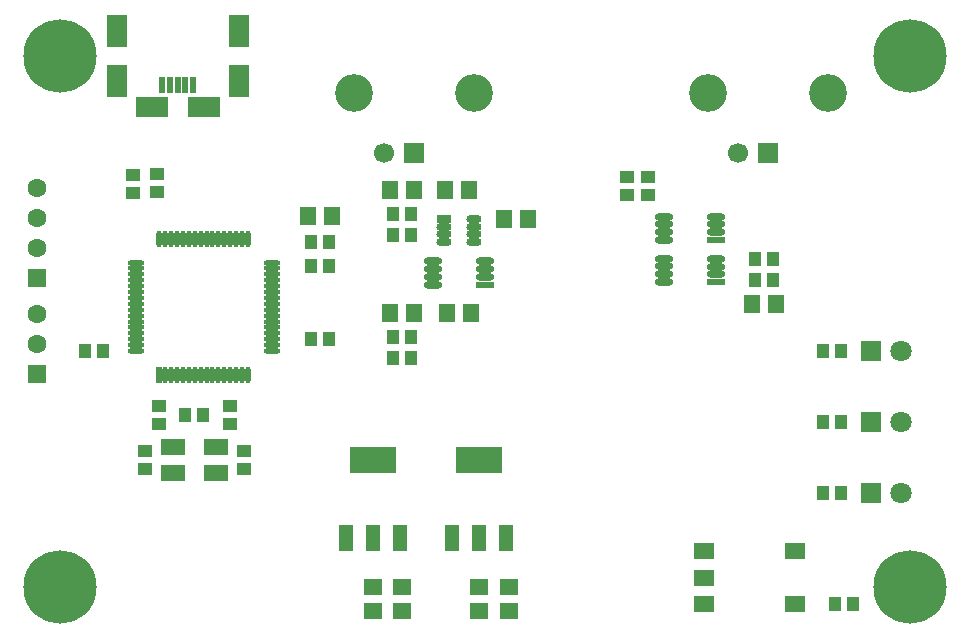
<source format=gts>
G04 (created by PCBNEW (2013-04-05 BZR 4064)-testing) date 09/08/2013 13:01:54*
%MOIN*%
G04 Gerber Fmt 3.4, Leading zero omitted, Abs format*
%FSLAX34Y34*%
G01*
G70*
G90*
G04 APERTURE LIST*
%ADD10C,0.00393701*%
%ADD11R,0.0826772X0.0550709*%
%ADD12R,0.070874X0.0550709*%
%ADD13C,0.125984*%
%ADD14R,0.0669291X0.0669291*%
%ADD15C,0.0669291*%
%ADD16R,0.00787402X0.00787402*%
%ADD17O,0.0629921X0.023622*%
%ADD18R,0.0629921X0.023622*%
%ADD19R,0.0669291X0.106299*%
%ADD20R,0.106299X0.0669291*%
%ADD21R,0.023622X0.0570866*%
%ADD22R,0.0511732X0.0255748*%
%ADD23O,0.0511732X0.0255748*%
%ADD24R,0.151874X0.087874*%
%ADD25R,0.047874X0.087874*%
%ADD26R,0.0629764X0.0629764*%
%ADD27C,0.0629724*%
%ADD28R,0.062874X0.062874*%
%ADD29C,0.062874*%
%ADD30R,0.042874X0.047874*%
%ADD31R,0.047874X0.042874*%
%ADD32R,0.0196772X0.0550709*%
%ADD33O,0.0196732X0.0550748*%
%ADD34O,0.0550748X0.0196732*%
%ADD35R,0.0708661X0.0708661*%
%ADD36C,0.0708661*%
%ADD37C,0.244075*%
%ADD38R,0.052874X0.062874*%
%ADD39R,0.062874X0.052874*%
G04 APERTURE END LIST*
G54D10*
G54D11*
X69508Y-55236D03*
X70964Y-55236D03*
X70964Y-54370D03*
X69508Y-54370D03*
G54D12*
X87220Y-59630D03*
X87220Y-57850D03*
X90260Y-59630D03*
X90260Y-57850D03*
X87224Y-58740D03*
G54D13*
X91370Y-42566D03*
X87370Y-42566D03*
G54D14*
X89370Y-44566D03*
G54D15*
X88370Y-44566D03*
G54D13*
X79559Y-42566D03*
X75559Y-42566D03*
G54D14*
X77559Y-44566D03*
G54D15*
X76559Y-44566D03*
G54D16*
X79921Y-48966D03*
G54D17*
X79921Y-48710D03*
X79921Y-48454D03*
X79921Y-48198D03*
X78188Y-48198D03*
X78188Y-48435D03*
X78188Y-48710D03*
X78188Y-48966D03*
G54D18*
X79921Y-48966D03*
G54D16*
X87637Y-47470D03*
G54D17*
X87637Y-47214D03*
X87637Y-46958D03*
X87637Y-46702D03*
X85905Y-46702D03*
X85905Y-46938D03*
X85905Y-47214D03*
X85905Y-47470D03*
G54D18*
X87637Y-47470D03*
G54D16*
X87637Y-48887D03*
G54D17*
X87637Y-48631D03*
X87637Y-48375D03*
X87637Y-48120D03*
X85905Y-48120D03*
X85905Y-48356D03*
X85905Y-48631D03*
X85905Y-48887D03*
G54D18*
X87637Y-48887D03*
G54D19*
X71712Y-40531D03*
X67657Y-40531D03*
X71712Y-42185D03*
X67657Y-42185D03*
G54D20*
X70551Y-43051D03*
X68818Y-43051D03*
G54D21*
X70196Y-42312D03*
X69940Y-42312D03*
X69685Y-42312D03*
X69429Y-42312D03*
X69173Y-42312D03*
G54D22*
X78543Y-46781D03*
G54D23*
X78543Y-47037D03*
X78543Y-47293D03*
X79567Y-46781D03*
X79567Y-47549D03*
X79567Y-47293D03*
X78543Y-47549D03*
X79567Y-47037D03*
G54D24*
X79724Y-54802D03*
G54D25*
X79724Y-57402D03*
X80624Y-57402D03*
X78824Y-57402D03*
G54D24*
X76181Y-54802D03*
G54D25*
X76181Y-57402D03*
X77081Y-57402D03*
X75281Y-57402D03*
G54D26*
X65000Y-48744D03*
G54D27*
X65000Y-47744D03*
X65000Y-46744D03*
X65000Y-45744D03*
G54D28*
X65000Y-51944D03*
G54D29*
X65000Y-50944D03*
X65000Y-49944D03*
G54D30*
X91196Y-55905D03*
X91796Y-55905D03*
X77465Y-46614D03*
X76865Y-46614D03*
X76865Y-47322D03*
X77465Y-47322D03*
X91196Y-51181D03*
X91796Y-51181D03*
X77465Y-51417D03*
X76865Y-51417D03*
X88912Y-48110D03*
X89512Y-48110D03*
X91589Y-59606D03*
X92189Y-59606D03*
X69936Y-53307D03*
X70536Y-53307D03*
X91196Y-53543D03*
X91796Y-53543D03*
X74109Y-50787D03*
X74709Y-50787D03*
G54D31*
X84645Y-45969D03*
X84645Y-45369D03*
X85354Y-45969D03*
X85354Y-45369D03*
G54D30*
X76865Y-50708D03*
X77465Y-50708D03*
X89512Y-48818D03*
X88912Y-48818D03*
G54D31*
X71889Y-54503D03*
X71889Y-55103D03*
X68582Y-55103D03*
X68582Y-54503D03*
G54D30*
X74109Y-48346D03*
X74709Y-48346D03*
G54D31*
X68976Y-45890D03*
X68976Y-45290D03*
G54D30*
X74109Y-47559D03*
X74709Y-47559D03*
G54D31*
X68188Y-45929D03*
X68188Y-45329D03*
G54D30*
X67189Y-51181D03*
X66589Y-51181D03*
G54D31*
X69055Y-53007D03*
X69055Y-53607D03*
X71417Y-53007D03*
X71417Y-53607D03*
G54D32*
X69070Y-51972D03*
G54D33*
X69266Y-51972D03*
X69463Y-51972D03*
X69660Y-51972D03*
X69857Y-51972D03*
X70054Y-51972D03*
X70251Y-51972D03*
X70448Y-51972D03*
X70643Y-51973D03*
X70840Y-51973D03*
X71037Y-51973D03*
X71234Y-51974D03*
X71432Y-51973D03*
X71629Y-51973D03*
X71826Y-51973D03*
X72022Y-51973D03*
G54D34*
X72809Y-51185D03*
X72809Y-50988D03*
X72809Y-50791D03*
X72809Y-50595D03*
X72809Y-50398D03*
X72809Y-50201D03*
X72809Y-50005D03*
X72809Y-49808D03*
G54D33*
X72022Y-47444D03*
X71825Y-47444D03*
X71628Y-47444D03*
X71431Y-47444D03*
G54D34*
X72810Y-49611D03*
X72810Y-49414D03*
X72810Y-49217D03*
X72810Y-49020D03*
X72810Y-48823D03*
X72810Y-48626D03*
X72810Y-48429D03*
X72810Y-48233D03*
G54D33*
X71235Y-47445D03*
X71038Y-47445D03*
X70841Y-47445D03*
X70644Y-47445D03*
X70448Y-47445D03*
X70251Y-47445D03*
X70054Y-47445D03*
X69857Y-47445D03*
X69660Y-47445D03*
X69463Y-47445D03*
X69266Y-47445D03*
X69070Y-47445D03*
G54D34*
X68282Y-48233D03*
X68282Y-48429D03*
X68282Y-48626D03*
X68282Y-48823D03*
X68282Y-49020D03*
X68282Y-49217D03*
X68282Y-49414D03*
X68282Y-49611D03*
X68282Y-49807D03*
X68282Y-50004D03*
X68282Y-50201D03*
X68282Y-50398D03*
X68282Y-50595D03*
X68282Y-50792D03*
X68282Y-50989D03*
X68282Y-51185D03*
G54D35*
X92807Y-53543D03*
G54D36*
X93807Y-53543D03*
G54D35*
X92807Y-51181D03*
G54D36*
X93807Y-51181D03*
G54D35*
X92807Y-55905D03*
G54D36*
X93807Y-55905D03*
G54D37*
X94094Y-41338D03*
X94094Y-59055D03*
X65748Y-59055D03*
X65748Y-41338D03*
G54D38*
X78576Y-45826D03*
X79376Y-45826D03*
X74009Y-46692D03*
X74809Y-46692D03*
X76765Y-45826D03*
X77565Y-45826D03*
G54D39*
X77165Y-59848D03*
X77165Y-59048D03*
X76181Y-59848D03*
X76181Y-59048D03*
X79724Y-59848D03*
X79724Y-59048D03*
X80708Y-59848D03*
X80708Y-59048D03*
G54D38*
X78655Y-49921D03*
X79455Y-49921D03*
X77565Y-49921D03*
X76765Y-49921D03*
X89612Y-49606D03*
X88812Y-49606D03*
X80544Y-46771D03*
X81344Y-46771D03*
M02*

</source>
